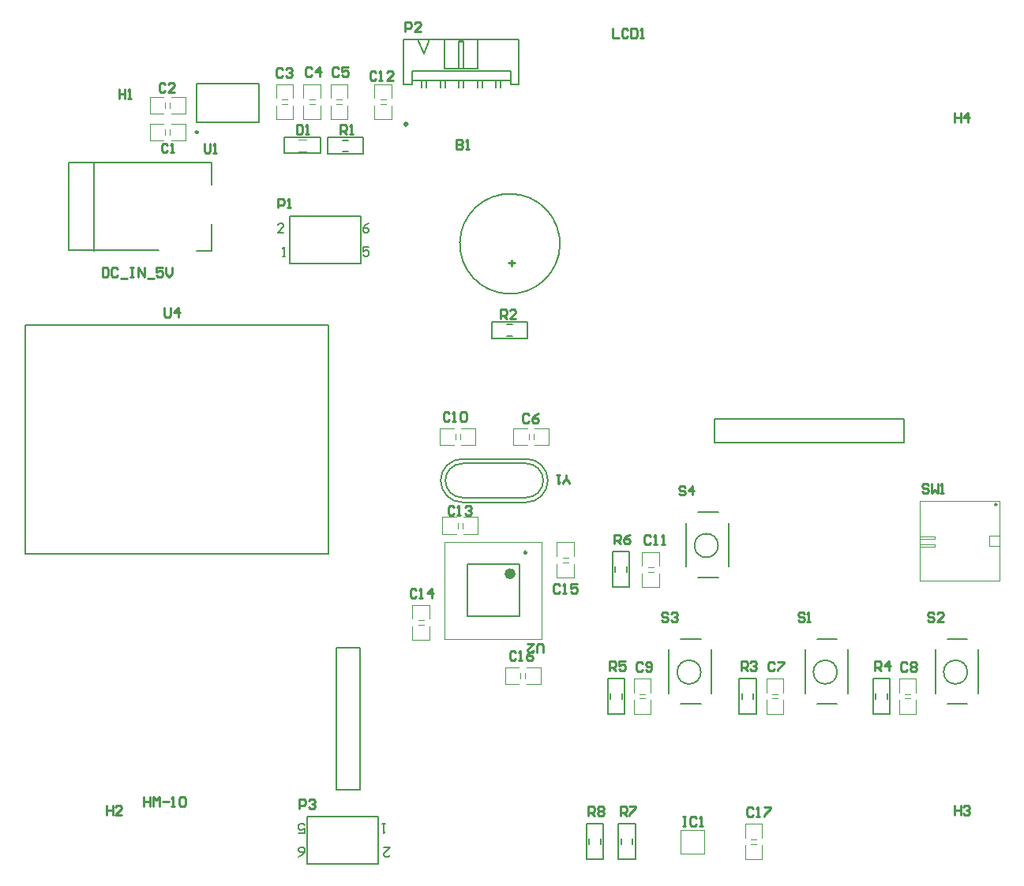
<source format=gto>
G04*
G04 #@! TF.GenerationSoftware,Altium Limited,Altium Designer,19.0.15 (446)*
G04*
G04 Layer_Color=65535*
%FSTAX24Y24*%
%MOIN*%
G70*
G01*
G75*
%ADD10C,0.0118*%
%ADD11C,0.0060*%
%ADD12C,0.0100*%
%ADD13C,0.0080*%
%ADD14C,0.0098*%
%ADD15C,0.0079*%
%ADD16C,0.0236*%
%ADD17C,0.0070*%
%ADD18C,0.0070*%
%ADD19C,0.0050*%
%ADD20C,0.0039*%
%ADD21C,0.0059*%
%ADD22C,0.0040*%
%ADD23C,0.0020*%
D10*
X023528Y045611D02*
G03*
X023528Y045611I-000059J0D01*
G01*
D11*
X03665Y027806D02*
G03*
X03665Y027806I-0005J0D01*
G01*
X047172Y022456D02*
G03*
X047172Y022456I-0005J0D01*
G01*
X035922D02*
G03*
X035922Y022456I-0005J0D01*
G01*
X041672D02*
G03*
X041672Y022456I-0005J0D01*
G01*
X0358Y029206D02*
X03665D01*
X0371Y026906D02*
Y028756D01*
X0358Y026456D02*
X03665D01*
X0353Y026906D02*
Y028756D01*
X046322Y023856D02*
X047172D01*
X047622Y021556D02*
Y023406D01*
X046322Y021106D02*
X047172D01*
X045822Y021556D02*
Y023406D01*
X035072Y023856D02*
X035922D01*
X036372Y021556D02*
Y023406D01*
X035072Y021106D02*
X035922D01*
X034572Y021556D02*
Y023406D01*
X040822Y023856D02*
X041672D01*
X042122Y021556D02*
Y023406D01*
X040822Y021106D02*
X041672D01*
X040322Y021556D02*
Y023406D01*
D12*
X048408Y029543D02*
G03*
X048408Y029543I-000034J0D01*
G01*
X01065Y039544D02*
Y03915D01*
X010847D01*
X010912Y039216D01*
Y039478D01*
X010847Y039544D01*
X01065D01*
X011306Y039478D02*
X01124Y039544D01*
X011109D01*
X011044Y039478D01*
Y039216D01*
X011109Y03915D01*
X01124D01*
X011306Y039216D01*
X011437Y039084D02*
X0117D01*
X011831Y039544D02*
X011962D01*
X011896D01*
Y03915D01*
X011831D01*
X011962D01*
X012159D02*
Y039544D01*
X012421Y03915D01*
Y039544D01*
X012552Y039084D02*
X012815D01*
X013208Y039544D02*
X012946D01*
Y039347D01*
X013077Y039412D01*
X013143D01*
X013208Y039347D01*
Y039216D01*
X013143Y03915D01*
X013011D01*
X012946Y039216D01*
X013339Y039544D02*
Y039281D01*
X013471Y03915D01*
X013602Y039281D01*
Y039544D01*
X013281Y037844D02*
Y037516D01*
X013347Y03745D01*
X013478D01*
X013544Y037516D01*
Y037844D01*
X013872Y03745D02*
Y037844D01*
X013675Y037647D01*
X013937D01*
X0124Y017194D02*
Y0168D01*
Y016997D01*
X012662D01*
Y017194D01*
Y0168D01*
X012794D02*
Y017194D01*
X012925Y017062D01*
X013056Y017194D01*
Y0168D01*
X013187Y016997D02*
X01345D01*
X013581Y0168D02*
X013712D01*
X013646D01*
Y017194D01*
X013581Y017128D01*
X013909D02*
X013974Y017194D01*
X014105D01*
X014171Y017128D01*
Y016866D01*
X014105Y0168D01*
X013974D01*
X013909Y016866D01*
Y017128D01*
X025512Y029428D02*
X025447Y029494D01*
X025316D01*
X02525Y029428D01*
Y029166D01*
X025316Y0291D01*
X025447D01*
X025512Y029166D01*
X025644Y0291D02*
X025775D01*
X025709D01*
Y029494D01*
X025644Y029428D01*
X025972D02*
X026037Y029494D01*
X026168D01*
X026234Y029428D01*
Y029362D01*
X026168Y029297D01*
X026103D01*
X026168D01*
X026234Y029231D01*
Y029166D01*
X026168Y0291D01*
X026037D01*
X025972Y029166D01*
X027938Y039605D02*
Y039867D01*
X027807Y039736D02*
X028069D01*
X025595Y044954D02*
Y044561D01*
X025792D01*
X025857Y044626D01*
Y044692D01*
X025792Y044758D01*
X025595D01*
X025792D01*
X025857Y044823D01*
Y044889D01*
X025792Y044954D01*
X025595D01*
X025989Y044561D02*
X02612D01*
X026054D01*
Y044954D01*
X025989Y044889D01*
X013412Y044733D02*
X013347Y044799D01*
X013216D01*
X01315Y044733D01*
Y044471D01*
X013216Y044405D01*
X013347D01*
X013412Y044471D01*
X013544Y044405D02*
X013675D01*
X013609D01*
Y044799D01*
X013544Y044733D01*
X013312Y047277D02*
X013247Y047342D01*
X013116D01*
X01305Y047277D01*
Y047014D01*
X013116Y046949D01*
X013247D01*
X013312Y047014D01*
X013706Y046949D02*
X013444D01*
X013706Y047211D01*
Y047277D01*
X01364Y047342D01*
X013509D01*
X013444Y047277D01*
X018262Y047928D02*
X018197Y047994D01*
X018066D01*
X018Y047928D01*
Y047666D01*
X018066Y0476D01*
X018197D01*
X018262Y047666D01*
X018394Y047928D02*
X018459Y047994D01*
X01859D01*
X018656Y047928D01*
Y047862D01*
X01859Y047797D01*
X018525D01*
X01859D01*
X018656Y047731D01*
Y047666D01*
X01859Y0476D01*
X018459D01*
X018394Y047666D01*
X019492Y047948D02*
X019427Y048014D01*
X019296D01*
X01923Y047948D01*
Y047686D01*
X019296Y04762D01*
X019427D01*
X019492Y047686D01*
X01982Y04762D02*
Y048014D01*
X019624Y047817D01*
X019886D01*
X020642Y047944D02*
X020577Y04801D01*
X020446D01*
X02038Y047944D01*
Y047682D01*
X020446Y047616D01*
X020577D01*
X020642Y047682D01*
X021036Y04801D02*
X020774D01*
Y047813D01*
X020905Y047879D01*
X02097D01*
X021036Y047813D01*
Y047682D01*
X02097Y047616D01*
X020839D01*
X020774Y047682D01*
X028662Y033328D02*
X028597Y033394D01*
X028466D01*
X0284Y033328D01*
Y033066D01*
X028466Y033D01*
X028597D01*
X028662Y033066D01*
X029056Y033394D02*
X028925Y033328D01*
X028794Y033197D01*
Y033066D01*
X028859Y033D01*
X02899D01*
X029056Y033066D01*
Y033131D01*
X02899Y033197D01*
X028794D01*
X039042Y022832D02*
X038977Y022898D01*
X038846D01*
X03878Y022832D01*
Y02257D01*
X038846Y022504D01*
X038977D01*
X039042Y02257D01*
X039174Y022898D02*
X039436D01*
Y022832D01*
X039174Y02257D01*
Y022504D01*
X044642Y022828D02*
X044577Y022894D01*
X044446D01*
X04438Y022828D01*
Y022566D01*
X044446Y0225D01*
X044577D01*
X044642Y022566D01*
X044774Y022828D02*
X044839Y022894D01*
X04497D01*
X045036Y022828D01*
Y022763D01*
X04497Y022697D01*
X045036Y022632D01*
Y022566D01*
X04497Y0225D01*
X044839D01*
X044774Y022566D01*
Y022632D01*
X044839Y022697D01*
X044774Y022763D01*
Y022828D01*
X044839Y022697D02*
X04497D01*
X033451Y022826D02*
X033386Y022891D01*
X033255D01*
X033189Y022826D01*
Y022563D01*
X033255Y022498D01*
X033386D01*
X033451Y022563D01*
X033583D02*
X033648Y022498D01*
X033779D01*
X033845Y022563D01*
Y022826D01*
X033779Y022891D01*
X033648D01*
X033583Y022826D01*
Y02276D01*
X033648Y022694D01*
X033845D01*
X025312Y033378D02*
X025247Y033444D01*
X025116D01*
X02505Y033378D01*
Y033116D01*
X025116Y03305D01*
X025247D01*
X025312Y033116D01*
X025444Y03305D02*
X025575D01*
X025509D01*
Y033444D01*
X025444Y033378D01*
X025772D02*
X025837Y033444D01*
X025968D01*
X026034Y033378D01*
Y033116D01*
X025968Y03305D01*
X025837D01*
X025772Y033116D01*
Y033378D01*
X033792Y028182D02*
X033727Y028248D01*
X033596D01*
X03353Y028182D01*
Y02792D01*
X033596Y027854D01*
X033727D01*
X033792Y02792D01*
X033924Y027854D02*
X034055D01*
X033989D01*
Y028248D01*
X033924Y028182D01*
X034252Y027854D02*
X034383D01*
X034317D01*
Y028248D01*
X034252Y028182D01*
X022212Y047778D02*
X022147Y047844D01*
X022016D01*
X02195Y047778D01*
Y047516D01*
X022016Y04745D01*
X022147D01*
X022212Y047516D01*
X022344Y04745D02*
X022475D01*
X022409D01*
Y047844D01*
X022344Y047778D01*
X022934Y04745D02*
X022672D01*
X022934Y047712D01*
Y047778D01*
X022868Y047844D01*
X022737D01*
X022672Y047778D01*
X023912Y025922D02*
X023847Y025987D01*
X023716D01*
X02365Y025922D01*
Y025659D01*
X023716Y025594D01*
X023847D01*
X023912Y025659D01*
X024044Y025594D02*
X024175D01*
X024109D01*
Y025987D01*
X024044Y025922D01*
X024568Y025594D02*
Y025987D01*
X024372Y02579D01*
X024634D01*
X029962Y026128D02*
X029897Y026194D01*
X029766D01*
X0297Y026128D01*
Y025866D01*
X029766Y0258D01*
X029897D01*
X029962Y025866D01*
X030094Y0258D02*
X030225D01*
X030159D01*
Y026194D01*
X030094Y026128D01*
X030684Y026194D02*
X030422D01*
Y025997D01*
X030553Y026062D01*
X030618D01*
X030684Y025997D01*
Y025866D01*
X030618Y0258D01*
X030487D01*
X030422Y025866D01*
X028112Y023278D02*
X028047Y023344D01*
X027916D01*
X02785Y023278D01*
Y023016D01*
X027916Y02295D01*
X028047D01*
X028112Y023016D01*
X028244Y02295D02*
X028375D01*
X028309D01*
Y023344D01*
X028244Y023278D01*
X028834Y023344D02*
X028703Y023278D01*
X028572Y023147D01*
Y023016D01*
X028637Y02295D01*
X028768D01*
X028834Y023016D01*
Y023081D01*
X028768Y023147D01*
X028572D01*
X038142Y016688D02*
X038077Y016754D01*
X037946D01*
X03788Y016688D01*
Y016426D01*
X037946Y01636D01*
X038077D01*
X038142Y016426D01*
X038274Y01636D02*
X038405D01*
X038339D01*
Y016754D01*
X038274Y016688D01*
X038602Y016754D02*
X038864D01*
Y016688D01*
X038602Y016426D01*
Y01636D01*
X01885Y045582D02*
Y045188D01*
X019047D01*
X019112Y045254D01*
Y045516D01*
X019047Y045582D01*
X01885D01*
X019244Y045188D02*
X019375D01*
X019309D01*
Y045582D01*
X019244Y045516D01*
X01135Y04708D02*
Y046686D01*
Y046883D01*
X011612D01*
Y04708D01*
Y046686D01*
X011744D02*
X011875D01*
X011809D01*
Y04708D01*
X011744Y047014D01*
X01082Y016824D02*
Y016431D01*
Y016628D01*
X011082D01*
Y016824D01*
Y016431D01*
X011476D02*
X011214D01*
X011476Y016693D01*
Y016759D01*
X01141Y016824D01*
X011279D01*
X011214Y016759D01*
X04662Y016824D02*
Y016431D01*
Y016628D01*
X046882D01*
Y016824D01*
Y016431D01*
X047014Y016759D02*
X047079Y016824D01*
X04721D01*
X047276Y016759D01*
Y016693D01*
X04721Y016628D01*
X047145D01*
X04721D01*
X047276Y016562D01*
Y016496D01*
X04721Y016431D01*
X047079D01*
X047014Y016496D01*
X04662Y046074D02*
Y045681D01*
Y045878D01*
X046882D01*
Y046074D01*
Y045681D01*
X04721D02*
Y046074D01*
X047014Y045878D01*
X047276D01*
X03515Y016352D02*
X035281D01*
X035216D01*
Y015958D01*
X03515D01*
X035281D01*
X03574Y016286D02*
X035675Y016352D01*
X035544D01*
X035478Y016286D01*
Y016024D01*
X035544Y015958D01*
X035675D01*
X03574Y016024D01*
X035872Y015958D02*
X036003D01*
X035937D01*
Y016352D01*
X035872Y016286D01*
X03219Y049644D02*
Y04925D01*
X032452D01*
X032846Y049578D02*
X03278Y049644D01*
X032649D01*
X032584Y049578D01*
Y049316D01*
X032649Y04925D01*
X03278D01*
X032846Y049316D01*
X032977Y049644D02*
Y04925D01*
X033174D01*
X03324Y049316D01*
Y049578D01*
X033174Y049644D01*
X032977D01*
X033371Y04925D02*
X033502D01*
X033436D01*
Y049644D01*
X033371Y049578D01*
X01807Y04207D02*
Y042464D01*
X018267D01*
X018332Y042398D01*
Y042267D01*
X018267Y042201D01*
X01807D01*
X018464Y04207D02*
X018595D01*
X018529D01*
Y042464D01*
X018464Y042398D01*
X02343Y04953D02*
Y049924D01*
X023627D01*
X023692Y049858D01*
Y049727D01*
X023627Y049661D01*
X02343D01*
X024086Y04953D02*
X023824D01*
X024086Y049792D01*
Y049858D01*
X02402Y049924D01*
X023889D01*
X023824Y049858D01*
X01896Y016685D02*
Y017078D01*
X019157D01*
X019222Y017013D01*
Y016882D01*
X019157Y016816D01*
X01896D01*
X019354Y017013D02*
X019419Y017078D01*
X01955D01*
X019616Y017013D01*
Y016947D01*
X01955Y016882D01*
X019485D01*
X01955D01*
X019616Y016816D01*
Y01675D01*
X01955Y016685D01*
X019419D01*
X019354Y01675D01*
X0207Y0452D02*
Y045594D01*
X020897D01*
X020962Y045528D01*
Y045397D01*
X020897Y045331D01*
X0207D01*
X020831D02*
X020962Y0452D01*
X021094D02*
X021225D01*
X021159D01*
Y045594D01*
X021094Y045528D01*
X027454Y0374D02*
Y037794D01*
X027651D01*
X027717Y037728D01*
Y037597D01*
X027651Y037531D01*
X027454D01*
X027586D02*
X027717Y0374D01*
X02811D02*
X027848D01*
X02811Y037662D01*
Y037728D01*
X028045Y037794D01*
X027914D01*
X027848Y037728D01*
X03762Y022524D02*
Y022917D01*
X037817D01*
X037882Y022852D01*
Y022721D01*
X037817Y022655D01*
X03762D01*
X037751D02*
X037882Y022524D01*
X038014Y022852D02*
X038079Y022917D01*
X03821D01*
X038276Y022852D01*
Y022786D01*
X03821Y022721D01*
X038145D01*
X03821D01*
X038276Y022655D01*
Y022589D01*
X03821Y022524D01*
X038079D01*
X038014Y022589D01*
X04327Y022524D02*
Y022917D01*
X043467D01*
X043532Y022852D01*
Y022721D01*
X043467Y022655D01*
X04327D01*
X043401D02*
X043532Y022524D01*
X04386D02*
Y022917D01*
X043664Y022721D01*
X043926D01*
X03207Y022524D02*
Y022917D01*
X032267D01*
X032332Y022852D01*
Y022721D01*
X032267Y022655D01*
X03207D01*
X032201D02*
X032332Y022524D01*
X032726Y022917D02*
X032464D01*
Y022721D01*
X032595Y022786D01*
X03266D01*
X032726Y022721D01*
Y022589D01*
X03266Y022524D01*
X032529D01*
X032464Y022589D01*
X03227Y027874D02*
Y028267D01*
X032467D01*
X032532Y028202D01*
Y028071D01*
X032467Y028005D01*
X03227D01*
X032401D02*
X032532Y027874D01*
X032926Y028267D02*
X032795Y028202D01*
X032664Y028071D01*
Y027939D01*
X032729Y027874D01*
X03286D01*
X032926Y027939D01*
Y028005D01*
X03286Y028071D01*
X032664D01*
X03252Y01638D02*
Y016774D01*
X032717D01*
X032782Y016708D01*
Y016577D01*
X032717Y016511D01*
X03252D01*
X032651D02*
X032782Y01638D01*
X032914Y016774D02*
X033176D01*
Y016708D01*
X032914Y016446D01*
Y01638D01*
X03117D02*
Y016774D01*
X031367D01*
X031432Y016708D01*
Y016577D01*
X031367Y016511D01*
X03117D01*
X031301D02*
X031432Y01638D01*
X031564Y016708D02*
X031629Y016774D01*
X03176D01*
X031826Y016708D01*
Y016642D01*
X03176Y016577D01*
X031826Y016511D01*
Y016446D01*
X03176Y01638D01*
X031629D01*
X031564Y016446D01*
Y016511D01*
X031629Y016577D01*
X031564Y016642D01*
Y016708D01*
X031629Y016577D02*
X03176D01*
X040282Y024914D02*
X040217Y024979D01*
X040086D01*
X04002Y024914D01*
Y024848D01*
X040086Y024783D01*
X040217D01*
X040282Y024717D01*
Y024652D01*
X040217Y024586D01*
X040086D01*
X04002Y024652D01*
X040414Y024586D02*
X040545D01*
X040479D01*
Y024979D01*
X040414Y024914D01*
X045774Y024918D02*
X045708Y024984D01*
X045577D01*
X045512Y024918D01*
Y024852D01*
X045577Y024787D01*
X045708D01*
X045774Y024721D01*
Y024656D01*
X045708Y02459D01*
X045577D01*
X045512Y024656D01*
X046168Y02459D02*
X045905D01*
X046168Y024852D01*
Y024918D01*
X046102Y024984D01*
X045971D01*
X045905Y024918D01*
X034532D02*
X034467Y024984D01*
X034336D01*
X03427Y024918D01*
Y024852D01*
X034336Y024787D01*
X034467D01*
X034532Y024721D01*
Y024656D01*
X034467Y02459D01*
X034336D01*
X03427Y024656D01*
X034664Y024918D02*
X034729Y024984D01*
X03486D01*
X034926Y024918D01*
Y024852D01*
X03486Y024787D01*
X034795D01*
X03486D01*
X034926Y024721D01*
Y024656D01*
X03486Y02459D01*
X034729D01*
X034664Y024656D01*
X035252Y030264D02*
X035187Y030329D01*
X035056D01*
X03499Y030264D01*
Y030198D01*
X035056Y030133D01*
X035187D01*
X035252Y030067D01*
Y030001D01*
X035187Y029936D01*
X035056D01*
X03499Y030001D01*
X03558Y029936D02*
Y030329D01*
X035384Y030133D01*
X035646D01*
X045522Y030338D02*
X045457Y030404D01*
X045326D01*
X04526Y030338D01*
Y030272D01*
X045326Y030207D01*
X045457D01*
X045522Y030141D01*
Y030076D01*
X045457Y03001D01*
X045326D01*
X04526Y030076D01*
X045654Y030404D02*
Y03001D01*
X045785Y030141D01*
X045916Y03001D01*
Y030404D01*
X046047Y03001D02*
X046178D01*
X046113D01*
Y030404D01*
X046047Y030338D01*
X02925Y023272D02*
Y0236D01*
X029185Y023665D01*
X029054D01*
X028988Y0236D01*
Y023272D01*
X028594Y023665D02*
X028857D01*
X028594Y023403D01*
Y023337D01*
X02866Y023272D01*
X028791D01*
X028857Y023337D01*
X01495Y044794D02*
Y044466D01*
X015016Y0444D01*
X015147D01*
X015212Y044466D01*
Y044794D01*
X015344Y0444D02*
X015475D01*
X015409D01*
Y044794D01*
X015344Y044728D01*
X03035Y030406D02*
Y030472D01*
X030219Y030603D01*
X030088Y030472D01*
Y030406D01*
X030219Y030603D02*
Y0308D01*
X029956D02*
X029825D01*
X029891D01*
Y030406D01*
X029956Y030472D01*
D13*
X02641Y042091D02*
G03*
X026425Y042105I001448J-001539D01*
G01*
X0226Y01605D02*
X022469D01*
X022534D01*
Y015656D01*
X0226Y015722D01*
X022538Y01505D02*
X0228D01*
X022538Y014788D01*
Y014722D01*
X022603Y014656D01*
X022734D01*
X0228Y014722D01*
X018938Y015656D02*
X0192D01*
Y015853D01*
X019069Y015788D01*
X019003D01*
X018938Y015853D01*
Y015984D01*
X019003Y01605D01*
X019134D01*
X0192Y015984D01*
X018938Y014656D02*
X019069Y014722D01*
X0192Y014853D01*
Y014984D01*
X019134Y01505D01*
X019003D01*
X018938Y014984D01*
Y014919D01*
X019003Y014853D01*
X0192D01*
X01825Y040029D02*
X018381D01*
X018316D01*
Y040423D01*
X01825Y040357D01*
X018312Y041029D02*
X01805D01*
X018312Y041292D01*
Y041357D01*
X018247Y041423D01*
X018116D01*
X01805Y041357D01*
X021912Y040423D02*
X02165D01*
Y040226D01*
X021781Y040292D01*
X021847D01*
X021912Y040226D01*
Y040095D01*
X021847Y040029D01*
X021716D01*
X02165Y040095D01*
X021912Y041423D02*
X021781Y041357D01*
X02165Y041226D01*
Y041095D01*
X021716Y041029D01*
X021847D01*
X021912Y041095D01*
Y041161D01*
X021847Y041226D01*
X02165D01*
D14*
X014694Y04527D02*
G03*
X014694Y04527I-000049J0D01*
G01*
X028562Y027509D02*
G03*
X028562Y027509I-000049J0D01*
G01*
D15*
X029267Y03055D02*
G03*
X028546Y03127I-00072J0D01*
G01*
Y02983D02*
G03*
X029267Y03055I0J00072D01*
G01*
X025133D02*
G03*
X025854Y02983I00072J0D01*
G01*
Y03127D02*
G03*
X025133Y03055I0J-00072D01*
G01*
X029464D02*
G03*
X028546Y031467I-000917J0D01*
G01*
Y029633D02*
G03*
X029464Y03055I0J000917D01*
G01*
X024936D02*
G03*
X025854Y029633I000917J0D01*
G01*
Y031467D02*
G03*
X024936Y03055I0J-000917D01*
G01*
X02153Y0175D02*
Y0235D01*
X02053Y0175D02*
Y0235D01*
Y0175D02*
X02153D01*
X02053Y0235D02*
X02153D01*
X0193Y01635D02*
X021217D01*
X0193D02*
X0223D01*
X0193Y01435D02*
X0223D01*
Y01635D01*
X0193Y01435D02*
Y01635D01*
X023367Y047286D02*
Y049186D01*
X028242D01*
Y047286D02*
Y049186D01*
X027892Y047286D02*
X028242D01*
X023367D02*
X023717D01*
Y047436D02*
X027892D01*
X023717Y047286D02*
Y047836D01*
X027892D01*
Y047286D02*
Y047836D01*
X02398Y049186D02*
X02423Y048583D01*
X02448Y049186D01*
X025104Y047936D02*
Y049186D01*
Y047936D02*
X026504D01*
Y049186D01*
X025704Y047936D02*
Y049076D01*
X025764Y049136D01*
X025844D01*
X025904Y049076D01*
X025704D02*
X025904D01*
Y047936D02*
Y049076D01*
X02413Y047159D02*
Y047436D01*
X02433Y047159D02*
Y047436D01*
X024917Y047159D02*
Y047436D01*
X025117Y047159D02*
Y047436D01*
X025704Y047159D02*
Y047436D01*
X025904Y047159D02*
Y047436D01*
X026492Y047159D02*
Y047436D01*
X026692Y047159D02*
Y047436D01*
X027279Y047159D02*
Y047436D01*
X027479Y047159D02*
Y047436D01*
X019633Y039729D02*
X02155D01*
X01855D02*
X02155D01*
X01855Y041729D02*
X02155D01*
X01855Y039729D02*
Y041729D01*
X02155Y039729D02*
Y041729D01*
X0365Y03315D02*
X0445D01*
X0365Y03215D02*
Y03315D01*
Y03215D02*
X0445D01*
Y03315D01*
X017271Y045693D02*
Y047307D01*
X014629Y045693D02*
Y047307D01*
X017271D01*
X014629Y045693D02*
X017271D01*
X025854Y03127D02*
X028546D01*
X025854Y02983D02*
X028546D01*
X025854Y031467D02*
X028546D01*
X025854Y029633D02*
X028546D01*
X026052Y024802D02*
Y027007D01*
X028257Y024802D02*
Y027007D01*
X026052Y024802D02*
X028257D01*
X026052Y027007D02*
X028257D01*
D16*
X027982Y026613D02*
G03*
X027982Y026613I-000118J0D01*
G01*
D17*
X00924Y04027D02*
Y04397D01*
X015262D01*
X01031Y04026D02*
Y04394D01*
D18*
X00924Y04027D02*
X01303D01*
X01464Y04026D02*
X015262D01*
X01526Y040262D02*
X015262Y04026D01*
X01526Y040262D02*
Y04137D01*
X015262Y043052D02*
Y04397D01*
X01526Y04305D02*
X015262Y043052D01*
D19*
X007386Y02745D02*
X020187D01*
X007388Y037135D02*
X020187Y037135D01*
Y02745D02*
Y037135D01*
X007386Y02745D02*
Y037135D01*
X018344Y045054D02*
X019874D01*
X018344Y044384D02*
Y045054D01*
Y044384D02*
X019874D01*
Y045054D01*
D20*
X025907Y029004D02*
X026498D01*
X025907Y028296D02*
X026498D01*
Y029004D01*
X025002Y028296D02*
Y029004D01*
X025593D01*
X025002Y028296D02*
X025593D01*
X025652Y028532D02*
Y028768D01*
X025848Y028532D02*
Y028768D01*
X038032Y015392D02*
X038268D01*
X038032Y015195D02*
X038268D01*
X038504Y014546D02*
Y015136D01*
X037796Y014546D02*
Y015136D01*
Y014546D02*
X038504D01*
X037796Y016042D02*
X038504D01*
Y015451D02*
Y016042D01*
X037796Y015451D02*
Y016042D01*
X033682Y026686D02*
X033918D01*
X033682Y026882D02*
X033918D01*
X033446Y026941D02*
Y027532D01*
X034154Y026941D02*
Y027532D01*
X033446D02*
X034154D01*
X033446Y026036D02*
X034154D01*
X033446D02*
Y026627D01*
X034154Y026036D02*
Y026627D01*
X044532Y021336D02*
X044768D01*
X044532Y021532D02*
X044768D01*
X044296Y021591D02*
Y022182D01*
X045004Y021591D02*
Y022182D01*
X044296D02*
X045004D01*
X044296Y020686D02*
X045004D01*
X044296D02*
Y021277D01*
X045004Y020686D02*
Y021277D01*
X033341Y021336D02*
X033577D01*
X033341Y021532D02*
X033577D01*
X033105Y021591D02*
Y022182D01*
X033813Y021591D02*
Y022182D01*
X033105D02*
X033813D01*
X033105Y020686D02*
X033813D01*
X033105D02*
Y021277D01*
X033813Y020686D02*
Y021277D01*
X038932Y021336D02*
X039168D01*
X038932Y021532D02*
X039168D01*
X038696Y021591D02*
Y022182D01*
X039404Y021591D02*
Y022182D01*
X038696D02*
X039404D01*
X038696Y020686D02*
X039404D01*
X038696D02*
Y021277D01*
X039404Y020686D02*
Y021277D01*
X045176Y026326D02*
Y029691D01*
X048528D01*
Y026326D02*
Y027077D01*
Y028681D02*
Y029691D01*
X045193Y027764D02*
X045798D01*
X045195Y02786D02*
X045796D01*
X045802Y027768D02*
Y027854D01*
X045796Y028089D02*
Y028175D01*
X045189Y028181D02*
X04579D01*
X045187Y028085D02*
X045792D01*
X048085Y027774D02*
X048518D01*
X048083Y027776D02*
X048085Y027774D01*
X048083Y027776D02*
Y028205D01*
X048087Y028209D01*
X048512D01*
X048528Y027077D02*
Y028681D01*
X045176Y026326D02*
X048528D01*
X019382Y046648D02*
X019618D01*
X019382Y046452D02*
X019618D01*
X019854Y045802D02*
Y046393D01*
X019146Y045802D02*
Y046393D01*
Y045802D02*
X019854D01*
X019146Y047298D02*
X019854D01*
Y046707D02*
Y047298D01*
X019146Y046707D02*
Y047298D01*
X020532Y046452D02*
X020768D01*
X020532Y046648D02*
X020768D01*
X020296Y046707D02*
Y047298D01*
X021004Y046707D02*
Y047298D01*
X020296D02*
X021004D01*
X020296Y045802D02*
X021004D01*
X020296D02*
Y046393D01*
X021004Y045802D02*
Y046393D01*
X013302Y045142D02*
Y045378D01*
X013498Y045142D02*
Y045378D01*
X013557Y045614D02*
X014148D01*
X013557Y044906D02*
X014148D01*
Y045614D01*
X012652Y044906D02*
Y045614D01*
X013243D01*
X012652Y044906D02*
X013243D01*
X018232Y046452D02*
X018468D01*
X018232Y046648D02*
X018468D01*
X017996Y046707D02*
Y047298D01*
X018704Y046707D02*
Y047298D01*
X017996D02*
X018704D01*
X017996Y045802D02*
X018704D01*
X017996D02*
Y046393D01*
X018704Y045802D02*
Y046393D01*
X013302Y046274D02*
Y046511D01*
X013498Y046274D02*
Y046511D01*
X013557Y046747D02*
X014148D01*
X013557Y046038D02*
X014148D01*
Y046747D01*
X012652Y046038D02*
Y046747D01*
X013243D01*
X012652Y046038D02*
X013243D01*
X028302Y022182D02*
Y022418D01*
X028498Y022182D02*
Y022418D01*
X028557Y022654D02*
X029148D01*
X028557Y021946D02*
X029148D01*
Y022654D01*
X027652Y021946D02*
Y022654D01*
X028243D01*
X027652Y021946D02*
X028243D01*
X022382Y046452D02*
X022618D01*
X022382Y046648D02*
X022618D01*
X022146Y046707D02*
Y047298D01*
X022854Y046707D02*
Y047298D01*
X022146D02*
X022854D01*
X022146Y045802D02*
X022854D01*
X022146D02*
Y046393D01*
X022854Y045802D02*
Y046393D01*
X030082Y02709D02*
X030318D01*
X030082Y027287D02*
X030318D01*
X029846Y027346D02*
Y027936D01*
X030554Y027346D02*
Y027936D01*
X029846D02*
X030554D01*
X029846Y02644D02*
X030554D01*
X029846D02*
Y027031D01*
X030554Y02644D02*
Y027031D01*
X025107Y023857D02*
Y027952D01*
Y023857D02*
X029202D01*
Y027952D01*
X025107D02*
X029202D01*
X025755Y032282D02*
Y032518D01*
X025558Y032282D02*
Y032518D01*
X024908Y032046D02*
X025499D01*
X024908Y032754D02*
X025499D01*
X024908Y032046D02*
Y032754D01*
X026404Y032046D02*
Y032754D01*
X025814Y032046D02*
X026404D01*
X025814Y032754D02*
X026404D01*
X028652Y032282D02*
Y032518D01*
X028848Y032282D02*
Y032518D01*
X028907Y032754D02*
X029498D01*
X028907Y032046D02*
X029498D01*
Y032754D01*
X028002Y032046D02*
Y032754D01*
X028593D01*
X028002Y032046D02*
X028593D01*
X023982Y024648D02*
X024218D01*
X023982Y024452D02*
X024218D01*
X024454Y023802D02*
Y024393D01*
X023746Y023802D02*
Y024393D01*
Y023802D02*
X024454D01*
X023746Y025298D02*
X024454D01*
Y024707D02*
Y025298D01*
X023746Y024707D02*
Y025298D01*
D21*
X031096Y015457D02*
Y016048D01*
X031804Y015457D02*
Y016048D01*
X031096D02*
X031804D01*
X031686Y015182D02*
Y015418D01*
X031214Y015182D02*
Y015418D01*
X031096Y014552D02*
X031804D01*
X031096D02*
Y015457D01*
X031804Y014552D02*
Y015457D01*
X032446D02*
Y016048D01*
X033154Y015457D02*
Y016048D01*
X032446D02*
X033154D01*
X033036Y015182D02*
Y015418D01*
X032564Y015182D02*
Y015418D01*
X032446Y014552D02*
X033154D01*
X032446D02*
Y015457D01*
X033154Y014552D02*
Y015457D01*
X032196Y026951D02*
Y027542D01*
X032904Y026951D02*
Y027542D01*
X032196D02*
X032904D01*
X032786Y026676D02*
Y026912D01*
X032314Y026676D02*
Y026912D01*
X032196Y026046D02*
X032904D01*
X032196D02*
Y026951D01*
X032904Y026046D02*
Y026951D01*
X043196Y021601D02*
Y022192D01*
X043904Y021601D02*
Y022192D01*
X043196D02*
X043904D01*
X043786Y021326D02*
Y021562D01*
X043314Y021326D02*
Y021562D01*
X043196Y020696D02*
X043904D01*
X043196D02*
Y021601D01*
X043904Y020696D02*
Y021601D01*
X031996D02*
Y022192D01*
X032704Y021601D02*
Y022192D01*
X031996D02*
X032704D01*
X032586Y021326D02*
Y021562D01*
X032114Y021326D02*
Y021562D01*
X031996Y020696D02*
X032704D01*
X031996D02*
Y021601D01*
X032704Y020696D02*
Y021601D01*
X037546D02*
Y022192D01*
X038254Y021601D02*
Y022192D01*
X037546D02*
X038254D01*
X038136Y021326D02*
Y021562D01*
X037664Y021326D02*
Y021562D01*
X037546Y020696D02*
X038254D01*
X037546D02*
Y021601D01*
X038254Y020696D02*
Y021601D01*
X020152Y044341D02*
X020743D01*
X020152Y04505D02*
X020743D01*
X020152Y044341D02*
Y04505D01*
X020782Y044932D02*
X021018D01*
X020782Y044459D02*
X021018D01*
X021648Y044341D02*
Y04505D01*
X020743Y044341D02*
X021648D01*
X020743Y04505D02*
X021648D01*
X027102Y036546D02*
X027693D01*
X027102Y037254D02*
X027693D01*
X027102Y036546D02*
Y037254D01*
X027732Y037136D02*
X027968D01*
X027732Y036664D02*
X027968D01*
X028598Y036546D02*
Y037254D01*
X027693Y036546D02*
X028598D01*
X027693Y037254D02*
X028598D01*
D22*
X018934Y044464D02*
X019274D01*
X018934Y044964D02*
X019274D01*
D23*
X035053Y01578D02*
X036055D01*
Y014783D02*
Y01578D01*
X035053Y014783D02*
X036055D01*
X035053D02*
Y01578D01*
M02*

</source>
